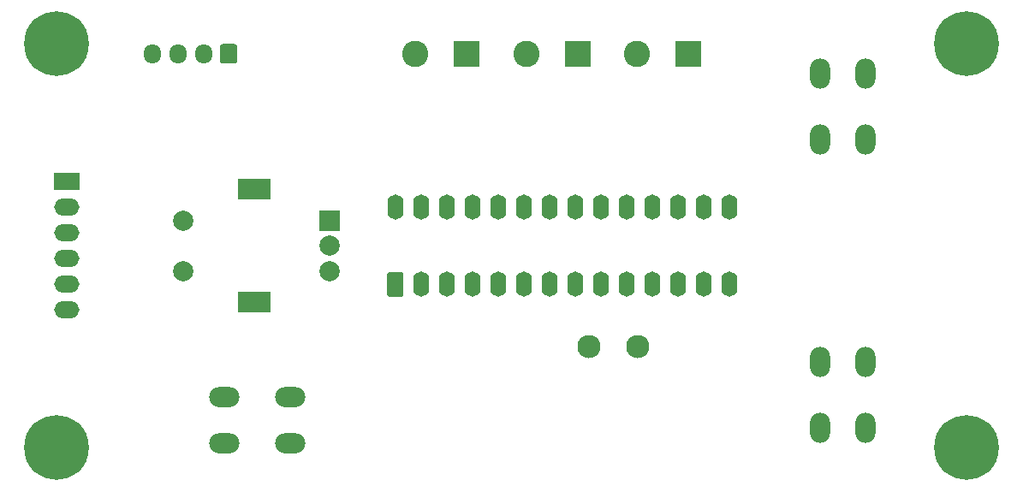
<source format=gbr>
%TF.GenerationSoftware,KiCad,Pcbnew,(5.1.10)-1*%
%TF.CreationDate,2022-01-05T23:07:18-06:00*%
%TF.ProjectId,HotPlate_TempControl,486f7450-6c61-4746-955f-54656d70436f,rev?*%
%TF.SameCoordinates,Original*%
%TF.FileFunction,Soldermask,Bot*%
%TF.FilePolarity,Negative*%
%FSLAX46Y46*%
G04 Gerber Fmt 4.6, Leading zero omitted, Abs format (unit mm)*
G04 Created by KiCad (PCBNEW (5.1.10)-1) date 2022-01-05 23:07:18*
%MOMM*%
%LPD*%
G01*
G04 APERTURE LIST*
%ADD10C,2.300000*%
%ADD11O,3.000000X2.000000*%
%ADD12O,2.000000X3.000000*%
%ADD13R,2.500000X1.700000*%
%ADD14O,2.500000X1.700000*%
%ADD15O,1.600000X2.500000*%
%ADD16O,1.700000X1.950000*%
%ADD17C,0.800000*%
%ADD18C,6.400000*%
%ADD19R,2.600000X2.600000*%
%ADD20C,2.600000*%
%ADD21C,2.000000*%
%ADD22R,3.200000X2.000000*%
%ADD23R,2.000000X2.000000*%
G04 APERTURE END LIST*
D10*
%TO.C,Y1*%
X162000000Y-101000000D03*
X157100000Y-101000000D03*
%TD*%
D11*
%TO.C,SW1*%
X127612500Y-106000000D03*
X127612500Y-110500000D03*
X121112500Y-106000000D03*
X121112500Y-110500000D03*
%TD*%
D12*
%TO.C,SW4*%
X180000000Y-109000000D03*
X184500000Y-109000000D03*
X180000000Y-102500000D03*
X184500000Y-102500000D03*
%TD*%
D13*
%TO.C,J5*%
X105500000Y-84650000D03*
D14*
X105500000Y-87190000D03*
X105500000Y-89730000D03*
X105500000Y-92270000D03*
X105500000Y-94810000D03*
X105500000Y-97350000D03*
%TD*%
D12*
%TO.C,SW3*%
X184500000Y-74000000D03*
X180000000Y-74000000D03*
X184500000Y-80500000D03*
X180000000Y-80500000D03*
%TD*%
%TO.C,U1*%
G36*
G01*
X138600000Y-96060000D02*
X137400000Y-96060000D01*
G75*
G02*
X137200000Y-95860000I0J200000D01*
G01*
X137200000Y-93760000D01*
G75*
G02*
X137400000Y-93560000I200000J0D01*
G01*
X138600000Y-93560000D01*
G75*
G02*
X138800000Y-93760000I0J-200000D01*
G01*
X138800000Y-95860000D01*
G75*
G02*
X138600000Y-96060000I-200000J0D01*
G01*
G37*
D15*
X171020000Y-87190000D03*
X140540000Y-94810000D03*
X168480000Y-87190000D03*
X143080000Y-94810000D03*
X165940000Y-87190000D03*
X145620000Y-94810000D03*
X163400000Y-87190000D03*
X148160000Y-94810000D03*
X160860000Y-87190000D03*
X150700000Y-94810000D03*
X158320000Y-87190000D03*
X153240000Y-94810000D03*
X155780000Y-87190000D03*
X155780000Y-94810000D03*
X153240000Y-87190000D03*
X158320000Y-94810000D03*
X150700000Y-87190000D03*
X160860000Y-94810000D03*
X148160000Y-87190000D03*
X163400000Y-94810000D03*
X145620000Y-87190000D03*
X165940000Y-94810000D03*
X143080000Y-87190000D03*
X168480000Y-94810000D03*
X140540000Y-87190000D03*
X171020000Y-94810000D03*
X138000000Y-87190000D03*
%TD*%
D16*
%TO.C,J2*%
X114000000Y-72000000D03*
X116500000Y-72000000D03*
X119000000Y-72000000D03*
G36*
G01*
X122350000Y-71275000D02*
X122350000Y-72725000D01*
G75*
G02*
X122100000Y-72975000I-250000J0D01*
G01*
X120900000Y-72975000D01*
G75*
G02*
X120650000Y-72725000I0J250000D01*
G01*
X120650000Y-71275000D01*
G75*
G02*
X120900000Y-71025000I250000J0D01*
G01*
X122100000Y-71025000D01*
G75*
G02*
X122350000Y-71275000I0J-250000D01*
G01*
G37*
%TD*%
D17*
%TO.C,H4*%
X106197056Y-69302944D03*
X104500000Y-68600000D03*
X102802944Y-69302944D03*
X102100000Y-71000000D03*
X102802944Y-72697056D03*
X104500000Y-73400000D03*
X106197056Y-72697056D03*
X106900000Y-71000000D03*
D18*
X104500000Y-71000000D03*
%TD*%
D17*
%TO.C,H3*%
X196197056Y-69302944D03*
X194500000Y-68600000D03*
X192802944Y-69302944D03*
X192100000Y-71000000D03*
X192802944Y-72697056D03*
X194500000Y-73400000D03*
X196197056Y-72697056D03*
X196900000Y-71000000D03*
D18*
X194500000Y-71000000D03*
%TD*%
D17*
%TO.C,H2*%
X196197056Y-109302944D03*
X194500000Y-108600000D03*
X192802944Y-109302944D03*
X192100000Y-111000000D03*
X192802944Y-112697056D03*
X194500000Y-113400000D03*
X196197056Y-112697056D03*
X196900000Y-111000000D03*
D18*
X194500000Y-111000000D03*
%TD*%
D17*
%TO.C,H1*%
X106197056Y-109302944D03*
X104500000Y-108600000D03*
X102802944Y-109302944D03*
X102100000Y-111000000D03*
X102802944Y-112697056D03*
X104500000Y-113400000D03*
X106197056Y-112697056D03*
X106900000Y-111000000D03*
D18*
X104500000Y-111000000D03*
%TD*%
D19*
%TO.C,J1*%
X156000000Y-72000000D03*
D20*
X150920000Y-72000000D03*
%TD*%
%TO.C,J3*%
X139920000Y-72000000D03*
D19*
X145000000Y-72000000D03*
%TD*%
%TO.C,J4*%
X167000000Y-72000000D03*
D20*
X161920000Y-72000000D03*
%TD*%
D21*
%TO.C,SW2*%
X117000000Y-93500000D03*
X117000000Y-88500000D03*
D22*
X124000000Y-96600000D03*
X124000000Y-85400000D03*
D21*
X131500000Y-93500000D03*
X131500000Y-91000000D03*
D23*
X131500000Y-88500000D03*
%TD*%
M02*

</source>
